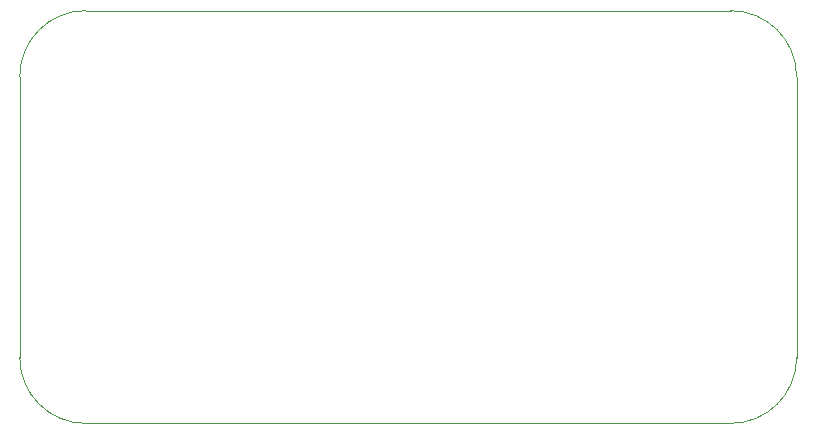
<source format=gbr>
G04 #@! TF.GenerationSoftware,KiCad,Pcbnew,5.1.5*
G04 #@! TF.CreationDate,2020-04-09T00:18:25+02:00*
G04 #@! TF.ProjectId,bluepill_control_board,626c7565-7069-46c6-9c5f-636f6e74726f,rev?*
G04 #@! TF.SameCoordinates,Original*
G04 #@! TF.FileFunction,Profile,NP*
%FSLAX46Y46*%
G04 Gerber Fmt 4.6, Leading zero omitted, Abs format (unit mm)*
G04 Created by KiCad (PCBNEW 5.1.5) date 2020-04-09 00:18:25*
%MOMM*%
%LPD*%
G04 APERTURE LIST*
%ADD10C,0.050000*%
G04 APERTURE END LIST*
D10*
X244225000Y-139475000D02*
G75*
G02X238650000Y-145050000I-5575000J0D01*
G01*
X184025000Y-145050000D02*
G75*
G02X178450000Y-139475000I0J5575000D01*
G01*
X178450000Y-115684000D02*
G75*
G02X184025000Y-110109000I5575000J0D01*
G01*
X238650000Y-110109000D02*
G75*
G02X244225000Y-115684000I0J-5575000D01*
G01*
X184025000Y-110109000D02*
X238650000Y-110109000D01*
X244225000Y-139475000D02*
X244225000Y-115684000D01*
X184025000Y-145050000D02*
X238650000Y-145050000D01*
X178450000Y-115684000D02*
X178450000Y-139475000D01*
M02*

</source>
